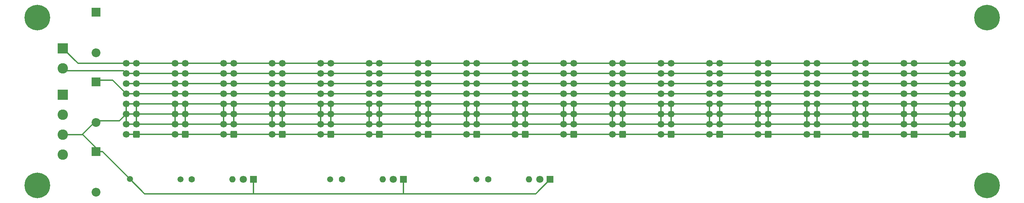
<source format=gbr>
%TF.GenerationSoftware,KiCad,Pcbnew,8.0.3*%
%TF.CreationDate,2024-07-23T14:08:02-04:00*%
%TF.ProjectId,eurorack-power-bus,6575726f-7261-4636-9b2d-706f7765722d,rev?*%
%TF.SameCoordinates,Original*%
%TF.FileFunction,Copper,L2,Bot*%
%TF.FilePolarity,Positive*%
%FSLAX46Y46*%
G04 Gerber Fmt 4.6, Leading zero omitted, Abs format (unit mm)*
G04 Created by KiCad (PCBNEW 8.0.3) date 2024-07-23 14:08:02*
%MOMM*%
%LPD*%
G01*
G04 APERTURE LIST*
G04 Aperture macros list*
%AMRoundRect*
0 Rectangle with rounded corners*
0 $1 Rounding radius*
0 $2 $3 $4 $5 $6 $7 $8 $9 X,Y pos of 4 corners*
0 Add a 4 corners polygon primitive as box body*
4,1,4,$2,$3,$4,$5,$6,$7,$8,$9,$2,$3,0*
0 Add four circle primitives for the rounded corners*
1,1,$1+$1,$2,$3*
1,1,$1+$1,$4,$5*
1,1,$1+$1,$6,$7*
1,1,$1+$1,$8,$9*
0 Add four rect primitives between the rounded corners*
20,1,$1+$1,$2,$3,$4,$5,0*
20,1,$1+$1,$4,$5,$6,$7,0*
20,1,$1+$1,$6,$7,$8,$9,0*
20,1,$1+$1,$8,$9,$2,$3,0*%
G04 Aperture macros list end*
%TA.AperFunction,ComponentPad*%
%ADD10R,1.800000X1.800000*%
%TD*%
%TA.AperFunction,ComponentPad*%
%ADD11C,1.800000*%
%TD*%
%TA.AperFunction,ComponentPad*%
%ADD12R,2.200000X2.200000*%
%TD*%
%TA.AperFunction,ComponentPad*%
%ADD13O,2.200000X2.200000*%
%TD*%
%TA.AperFunction,ComponentPad*%
%ADD14C,1.500000*%
%TD*%
%TA.AperFunction,ComponentPad*%
%ADD15R,2.600000X2.600000*%
%TD*%
%TA.AperFunction,ComponentPad*%
%ADD16C,2.600000*%
%TD*%
%TA.AperFunction,ComponentPad*%
%ADD17C,6.400000*%
%TD*%
%TA.AperFunction,ComponentPad*%
%ADD18C,1.600000*%
%TD*%
%TA.AperFunction,ComponentPad*%
%ADD19O,1.600000X1.600000*%
%TD*%
%TA.AperFunction,ComponentPad*%
%ADD20RoundRect,0.250000X0.600000X0.600000X-0.600000X0.600000X-0.600000X-0.600000X0.600000X-0.600000X0*%
%TD*%
%TA.AperFunction,ComponentPad*%
%ADD21C,1.700000*%
%TD*%
%TA.AperFunction,Conductor*%
%ADD22C,0.300000*%
%TD*%
G04 APERTURE END LIST*
D10*
%TO.P,L2,1,K*%
%TO.N,GND*%
X124800000Y-117138375D03*
D11*
%TO.P,L2,2,A*%
%TO.N,Net-(L2-A)*%
X122260000Y-117138375D03*
%TD*%
D12*
%TO.P,D1,1,K*%
%TO.N,+12V*%
X48130000Y-92718375D03*
D13*
%TO.P,D1,2,A*%
%TO.N,GND*%
X48130000Y-102878375D03*
%TD*%
D14*
%TO.P,TP{2,1,1*%
%TO.N,+12V*%
X106525000Y-117138375D03*
%TD*%
D15*
%TO.P,W1,1,Pin_1*%
%TO.N,+5V*%
X39825000Y-95938400D03*
D16*
%TO.P,W1,2,Pin_2*%
%TO.N,+12V*%
X39825000Y-100938400D03*
%TO.P,W1,3,Pin_3*%
%TO.N,GND*%
X39825000Y-105938400D03*
%TO.P,W1,4,Pin_4*%
%TO.N,-12V*%
X39825000Y-110938400D03*
%TD*%
D17*
%TO.P,M2,1*%
%TO.N,N/C*%
X33425000Y-118638400D03*
%TD*%
D18*
%TO.P,R2,1*%
%TO.N,+12V*%
X109445000Y-117138375D03*
D19*
%TO.P,R2,2*%
%TO.N,Net-(L2-A)*%
X119605000Y-117138375D03*
%TD*%
D15*
%TO.P,W2,1,Pin_1*%
%TO.N,GATE*%
X39825000Y-84338400D03*
D16*
%TO.P,W2,2,Pin_2*%
%TO.N,CV*%
X39825000Y-89338400D03*
%TD*%
D10*
%TO.P,L3,1,K*%
%TO.N,GND*%
X161425000Y-117138375D03*
D11*
%TO.P,L3,2,A*%
%TO.N,Net-(L3-A)*%
X158885000Y-117138375D03*
%TD*%
D17*
%TO.P,M1,1*%
%TO.N,N/C*%
X33425000Y-76638400D03*
%TD*%
%TO.P,M4,1*%
%TO.N,N/C*%
X270425000Y-118638400D03*
%TD*%
%TO.P,M3,1*%
%TO.N,N/C*%
X270425000Y-76638400D03*
%TD*%
D14*
%TO.P,TP3,1,1*%
%TO.N,-12V*%
X143025000Y-117138375D03*
%TD*%
D18*
%TO.P,R3,1*%
%TO.N,-12V*%
X145945000Y-117138375D03*
D19*
%TO.P,R3,2*%
%TO.N,Net-(L3-A)*%
X156105000Y-117138375D03*
%TD*%
D13*
%TO.P,D3,2,A*%
%TO.N,-12V*%
X48130000Y-120338375D03*
D12*
%TO.P,D3,1,K*%
%TO.N,GND*%
X48130000Y-110178375D03*
%TD*%
D14*
%TO.P,TP4,1,1*%
%TO.N,GND*%
X56525000Y-117026750D03*
%TD*%
D12*
%TO.P,D2,1,K*%
%TO.N,+5V*%
X48130000Y-75258375D03*
D13*
%TO.P,D2,2,A*%
%TO.N,GND*%
X48130000Y-85418375D03*
%TD*%
D18*
%TO.P,R1,1*%
%TO.N,+5V*%
X71945000Y-117138375D03*
D19*
%TO.P,R1,2*%
%TO.N,Net-(L1-A)*%
X82105000Y-117138375D03*
%TD*%
D10*
%TO.P,L1,1,K*%
%TO.N,GND*%
X87345000Y-117138375D03*
D11*
%TO.P,L1,2,A*%
%TO.N,Net-(L1-A)*%
X84805000Y-117138375D03*
%TD*%
D14*
%TO.P,TP1,1,1*%
%TO.N,+5V*%
X69145000Y-117138375D03*
%TD*%
D20*
%TO.P,J10,1,Pin_1*%
%TO.N,-12V*%
X155218800Y-105866700D03*
D21*
%TO.P,J10,2,Pin_2*%
X152678800Y-105866700D03*
%TO.P,J10,3,Pin_3*%
%TO.N,GND*%
X155218800Y-103326700D03*
%TO.P,J10,4,Pin_4*%
X152678800Y-103326700D03*
%TO.P,J10,5,Pin_5*%
X155218800Y-100786700D03*
%TO.P,J10,6,Pin_6*%
X152678800Y-100786700D03*
%TO.P,J10,7,Pin_7*%
X155218800Y-98246700D03*
%TO.P,J10,8,Pin_8*%
X152678800Y-98246700D03*
%TO.P,J10,9,Pin_9*%
%TO.N,+12V*%
X155218800Y-95706700D03*
%TO.P,J10,10,Pin_10*%
X152678800Y-95706700D03*
%TO.P,J10,11,Pin_11*%
%TO.N,+5V*%
X155218800Y-93166700D03*
%TO.P,J10,12,Pin_12*%
X152678800Y-93166700D03*
%TO.P,J10,13,Pin_13*%
%TO.N,CV*%
X155218800Y-90626700D03*
%TO.P,J10,14,Pin_14*%
X152678800Y-90626700D03*
%TO.P,J10,15,Pin_15*%
%TO.N,GATE*%
X155218800Y-88086700D03*
%TO.P,J10,16,Pin_16*%
X152678800Y-88086700D03*
%TD*%
D20*
%TO.P,J16,1,Pin_1*%
%TO.N,-12V*%
X82454700Y-105866700D03*
D21*
%TO.P,J16,2,Pin_2*%
X79914700Y-105866700D03*
%TO.P,J16,3,Pin_3*%
%TO.N,GND*%
X82454700Y-103326700D03*
%TO.P,J16,4,Pin_4*%
X79914700Y-103326700D03*
%TO.P,J16,5,Pin_5*%
X82454700Y-100786700D03*
%TO.P,J16,6,Pin_6*%
X79914700Y-100786700D03*
%TO.P,J16,7,Pin_7*%
X82454700Y-98246700D03*
%TO.P,J16,8,Pin_8*%
X79914700Y-98246700D03*
%TO.P,J16,9,Pin_9*%
%TO.N,+12V*%
X82454700Y-95706700D03*
%TO.P,J16,10,Pin_10*%
X79914700Y-95706700D03*
%TO.P,J16,11,Pin_11*%
%TO.N,+5V*%
X82454700Y-93166700D03*
%TO.P,J16,12,Pin_12*%
X79914700Y-93166700D03*
%TO.P,J16,13,Pin_13*%
%TO.N,CV*%
X82454700Y-90626700D03*
%TO.P,J16,14,Pin_14*%
X79914700Y-90626700D03*
%TO.P,J16,15,Pin_15*%
%TO.N,GATE*%
X82454700Y-88086700D03*
%TO.P,J16,16,Pin_16*%
X79914700Y-88086700D03*
%TD*%
D20*
%TO.P,J14,1,Pin_1*%
%TO.N,-12V*%
X106709400Y-105866700D03*
D21*
%TO.P,J14,2,Pin_2*%
X104169400Y-105866700D03*
%TO.P,J14,3,Pin_3*%
%TO.N,GND*%
X106709400Y-103326700D03*
%TO.P,J14,4,Pin_4*%
X104169400Y-103326700D03*
%TO.P,J14,5,Pin_5*%
X106709400Y-100786700D03*
%TO.P,J14,6,Pin_6*%
X104169400Y-100786700D03*
%TO.P,J14,7,Pin_7*%
X106709400Y-98246700D03*
%TO.P,J14,8,Pin_8*%
X104169400Y-98246700D03*
%TO.P,J14,9,Pin_9*%
%TO.N,+12V*%
X106709400Y-95706700D03*
%TO.P,J14,10,Pin_10*%
X104169400Y-95706700D03*
%TO.P,J14,11,Pin_11*%
%TO.N,+5V*%
X106709400Y-93166700D03*
%TO.P,J14,12,Pin_12*%
X104169400Y-93166700D03*
%TO.P,J14,13,Pin_13*%
%TO.N,CV*%
X106709400Y-90626700D03*
%TO.P,J14,14,Pin_14*%
X104169400Y-90626700D03*
%TO.P,J14,15,Pin_15*%
%TO.N,GATE*%
X106709400Y-88086700D03*
%TO.P,J14,16,Pin_16*%
X104169400Y-88086700D03*
%TD*%
D20*
%TO.P,J6,1,Pin_1*%
%TO.N,-12V*%
X203728200Y-105866700D03*
D21*
%TO.P,J6,2,Pin_2*%
X201188200Y-105866700D03*
%TO.P,J6,3,Pin_3*%
%TO.N,GND*%
X203728200Y-103326700D03*
%TO.P,J6,4,Pin_4*%
X201188200Y-103326700D03*
%TO.P,J6,5,Pin_5*%
X203728200Y-100786700D03*
%TO.P,J6,6,Pin_6*%
X201188200Y-100786700D03*
%TO.P,J6,7,Pin_7*%
X203728200Y-98246700D03*
%TO.P,J6,8,Pin_8*%
X201188200Y-98246700D03*
%TO.P,J6,9,Pin_9*%
%TO.N,+12V*%
X203728200Y-95706700D03*
%TO.P,J6,10,Pin_10*%
X201188200Y-95706700D03*
%TO.P,J6,11,Pin_11*%
%TO.N,+5V*%
X203728200Y-93166700D03*
%TO.P,J6,12,Pin_12*%
X201188200Y-93166700D03*
%TO.P,J6,13,Pin_13*%
%TO.N,CV*%
X203728200Y-90626700D03*
%TO.P,J6,14,Pin_14*%
X201188200Y-90626700D03*
%TO.P,J6,15,Pin_15*%
%TO.N,GATE*%
X203728200Y-88086700D03*
%TO.P,J6,16,Pin_16*%
X201188200Y-88086700D03*
%TD*%
D20*
%TO.P,J3,1,Pin_1*%
%TO.N,-12V*%
X240110300Y-105866700D03*
D21*
%TO.P,J3,2,Pin_2*%
X237570300Y-105866700D03*
%TO.P,J3,3,Pin_3*%
%TO.N,GND*%
X240110300Y-103326700D03*
%TO.P,J3,4,Pin_4*%
X237570300Y-103326700D03*
%TO.P,J3,5,Pin_5*%
X240110300Y-100786700D03*
%TO.P,J3,6,Pin_6*%
X237570300Y-100786700D03*
%TO.P,J3,7,Pin_7*%
X240110300Y-98246700D03*
%TO.P,J3,8,Pin_8*%
X237570300Y-98246700D03*
%TO.P,J3,9,Pin_9*%
%TO.N,+12V*%
X240110300Y-95706700D03*
%TO.P,J3,10,Pin_10*%
X237570300Y-95706700D03*
%TO.P,J3,11,Pin_11*%
%TO.N,+5V*%
X240110300Y-93166700D03*
%TO.P,J3,12,Pin_12*%
X237570300Y-93166700D03*
%TO.P,J3,13,Pin_13*%
%TO.N,CV*%
X240110300Y-90626700D03*
%TO.P,J3,14,Pin_14*%
X237570300Y-90626700D03*
%TO.P,J3,15,Pin_15*%
%TO.N,GATE*%
X240110300Y-88086700D03*
%TO.P,J3,16,Pin_16*%
X237570300Y-88086700D03*
%TD*%
D20*
%TO.P,J12,1,Pin_1*%
%TO.N,-12V*%
X130964100Y-105866700D03*
D21*
%TO.P,J12,2,Pin_2*%
X128424100Y-105866700D03*
%TO.P,J12,3,Pin_3*%
%TO.N,GND*%
X130964100Y-103326700D03*
%TO.P,J12,4,Pin_4*%
X128424100Y-103326700D03*
%TO.P,J12,5,Pin_5*%
X130964100Y-100786700D03*
%TO.P,J12,6,Pin_6*%
X128424100Y-100786700D03*
%TO.P,J12,7,Pin_7*%
X130964100Y-98246700D03*
%TO.P,J12,8,Pin_8*%
X128424100Y-98246700D03*
%TO.P,J12,9,Pin_9*%
%TO.N,+12V*%
X130964100Y-95706700D03*
%TO.P,J12,10,Pin_10*%
X128424100Y-95706700D03*
%TO.P,J12,11,Pin_11*%
%TO.N,+5V*%
X130964100Y-93166700D03*
%TO.P,J12,12,Pin_12*%
X128424100Y-93166700D03*
%TO.P,J12,13,Pin_13*%
%TO.N,CV*%
X130964100Y-90626700D03*
%TO.P,J12,14,Pin_14*%
X128424100Y-90626700D03*
%TO.P,J12,15,Pin_15*%
%TO.N,GATE*%
X130964100Y-88086700D03*
%TO.P,J12,16,Pin_16*%
X128424100Y-88086700D03*
%TD*%
D20*
%TO.P,J18,1,Pin_1*%
%TO.N,-12V*%
X58200000Y-105866700D03*
D21*
%TO.P,J18,2,Pin_2*%
X55660000Y-105866700D03*
%TO.P,J18,3,Pin_3*%
%TO.N,GND*%
X58200000Y-103326700D03*
%TO.P,J18,4,Pin_4*%
X55660000Y-103326700D03*
%TO.P,J18,5,Pin_5*%
X58200000Y-100786700D03*
%TO.P,J18,6,Pin_6*%
X55660000Y-100786700D03*
%TO.P,J18,7,Pin_7*%
X58200000Y-98246700D03*
%TO.P,J18,8,Pin_8*%
X55660000Y-98246700D03*
%TO.P,J18,9,Pin_9*%
%TO.N,+12V*%
X58200000Y-95706700D03*
%TO.P,J18,10,Pin_10*%
X55660000Y-95706700D03*
%TO.P,J18,11,Pin_11*%
%TO.N,+5V*%
X58200000Y-93166700D03*
%TO.P,J18,12,Pin_12*%
X55660000Y-93166700D03*
%TO.P,J18,13,Pin_13*%
%TO.N,CV*%
X58200000Y-90626700D03*
%TO.P,J18,14,Pin_14*%
X55660000Y-90626700D03*
%TO.P,J18,15,Pin_15*%
%TO.N,GATE*%
X58200000Y-88086700D03*
%TO.P,J18,16,Pin_16*%
X55660000Y-88086700D03*
%TD*%
D20*
%TO.P,J11,1,Pin_1*%
%TO.N,-12V*%
X143091500Y-105866700D03*
D21*
%TO.P,J11,2,Pin_2*%
X140551500Y-105866700D03*
%TO.P,J11,3,Pin_3*%
%TO.N,GND*%
X143091500Y-103326700D03*
%TO.P,J11,4,Pin_4*%
X140551500Y-103326700D03*
%TO.P,J11,5,Pin_5*%
X143091500Y-100786700D03*
%TO.P,J11,6,Pin_6*%
X140551500Y-100786700D03*
%TO.P,J11,7,Pin_7*%
X143091500Y-98246700D03*
%TO.P,J11,8,Pin_8*%
X140551500Y-98246700D03*
%TO.P,J11,9,Pin_9*%
%TO.N,+12V*%
X143091500Y-95706700D03*
%TO.P,J11,10,Pin_10*%
X140551500Y-95706700D03*
%TO.P,J11,11,Pin_11*%
%TO.N,+5V*%
X143091500Y-93166700D03*
%TO.P,J11,12,Pin_12*%
X140551500Y-93166700D03*
%TO.P,J11,13,Pin_13*%
%TO.N,CV*%
X143091500Y-90626700D03*
%TO.P,J11,14,Pin_14*%
X140551500Y-90626700D03*
%TO.P,J11,15,Pin_15*%
%TO.N,GATE*%
X143091500Y-88086700D03*
%TO.P,J11,16,Pin_16*%
X140551500Y-88086700D03*
%TD*%
D20*
%TO.P,J7,1,Pin_1*%
%TO.N,-12V*%
X191600900Y-105866700D03*
D21*
%TO.P,J7,2,Pin_2*%
X189060900Y-105866700D03*
%TO.P,J7,3,Pin_3*%
%TO.N,GND*%
X191600900Y-103326700D03*
%TO.P,J7,4,Pin_4*%
X189060900Y-103326700D03*
%TO.P,J7,5,Pin_5*%
X191600900Y-100786700D03*
%TO.P,J7,6,Pin_6*%
X189060900Y-100786700D03*
%TO.P,J7,7,Pin_7*%
X191600900Y-98246700D03*
%TO.P,J7,8,Pin_8*%
X189060900Y-98246700D03*
%TO.P,J7,9,Pin_9*%
%TO.N,+12V*%
X191600900Y-95706700D03*
%TO.P,J7,10,Pin_10*%
X189060900Y-95706700D03*
%TO.P,J7,11,Pin_11*%
%TO.N,+5V*%
X191600900Y-93166700D03*
%TO.P,J7,12,Pin_12*%
X189060900Y-93166700D03*
%TO.P,J7,13,Pin_13*%
%TO.N,CV*%
X191600900Y-90626700D03*
%TO.P,J7,14,Pin_14*%
X189060900Y-90626700D03*
%TO.P,J7,15,Pin_15*%
%TO.N,GATE*%
X191600900Y-88086700D03*
%TO.P,J7,16,Pin_16*%
X189060900Y-88086700D03*
%TD*%
D20*
%TO.P,J9,1,Pin_1*%
%TO.N,-12V*%
X167346200Y-105866700D03*
D21*
%TO.P,J9,2,Pin_2*%
X164806200Y-105866700D03*
%TO.P,J9,3,Pin_3*%
%TO.N,GND*%
X167346200Y-103326700D03*
%TO.P,J9,4,Pin_4*%
X164806200Y-103326700D03*
%TO.P,J9,5,Pin_5*%
X167346200Y-100786700D03*
%TO.P,J9,6,Pin_6*%
X164806200Y-100786700D03*
%TO.P,J9,7,Pin_7*%
X167346200Y-98246700D03*
%TO.P,J9,8,Pin_8*%
X164806200Y-98246700D03*
%TO.P,J9,9,Pin_9*%
%TO.N,+12V*%
X167346200Y-95706700D03*
%TO.P,J9,10,Pin_10*%
X164806200Y-95706700D03*
%TO.P,J9,11,Pin_11*%
%TO.N,+5V*%
X167346200Y-93166700D03*
%TO.P,J9,12,Pin_12*%
X164806200Y-93166700D03*
%TO.P,J9,13,Pin_13*%
%TO.N,CV*%
X167346200Y-90626700D03*
%TO.P,J9,14,Pin_14*%
X164806200Y-90626700D03*
%TO.P,J9,15,Pin_15*%
%TO.N,GATE*%
X167346200Y-88086700D03*
%TO.P,J9,16,Pin_16*%
X164806200Y-88086700D03*
%TD*%
D20*
%TO.P,J5,1,Pin_1*%
%TO.N,-12V*%
X215855600Y-105866700D03*
D21*
%TO.P,J5,2,Pin_2*%
X213315600Y-105866700D03*
%TO.P,J5,3,Pin_3*%
%TO.N,GND*%
X215855600Y-103326700D03*
%TO.P,J5,4,Pin_4*%
X213315600Y-103326700D03*
%TO.P,J5,5,Pin_5*%
X215855600Y-100786700D03*
%TO.P,J5,6,Pin_6*%
X213315600Y-100786700D03*
%TO.P,J5,7,Pin_7*%
X215855600Y-98246700D03*
%TO.P,J5,8,Pin_8*%
X213315600Y-98246700D03*
%TO.P,J5,9,Pin_9*%
%TO.N,+12V*%
X215855600Y-95706700D03*
%TO.P,J5,10,Pin_10*%
X213315600Y-95706700D03*
%TO.P,J5,11,Pin_11*%
%TO.N,+5V*%
X215855600Y-93166700D03*
%TO.P,J5,12,Pin_12*%
X213315600Y-93166700D03*
%TO.P,J5,13,Pin_13*%
%TO.N,CV*%
X215855600Y-90626700D03*
%TO.P,J5,14,Pin_14*%
X213315600Y-90626700D03*
%TO.P,J5,15,Pin_15*%
%TO.N,GATE*%
X215855600Y-88086700D03*
%TO.P,J5,16,Pin_16*%
X213315600Y-88086700D03*
%TD*%
D20*
%TO.P,J4,1,Pin_1*%
%TO.N,-12V*%
X227982900Y-105866700D03*
D21*
%TO.P,J4,2,Pin_2*%
X225442900Y-105866700D03*
%TO.P,J4,3,Pin_3*%
%TO.N,GND*%
X227982900Y-103326700D03*
%TO.P,J4,4,Pin_4*%
X225442900Y-103326700D03*
%TO.P,J4,5,Pin_5*%
X227982900Y-100786700D03*
%TO.P,J4,6,Pin_6*%
X225442900Y-100786700D03*
%TO.P,J4,7,Pin_7*%
X227982900Y-98246700D03*
%TO.P,J4,8,Pin_8*%
X225442900Y-98246700D03*
%TO.P,J4,9,Pin_9*%
%TO.N,+12V*%
X227982900Y-95706700D03*
%TO.P,J4,10,Pin_10*%
X225442900Y-95706700D03*
%TO.P,J4,11,Pin_11*%
%TO.N,+5V*%
X227982900Y-93166700D03*
%TO.P,J4,12,Pin_12*%
X225442900Y-93166700D03*
%TO.P,J4,13,Pin_13*%
%TO.N,CV*%
X227982900Y-90626700D03*
%TO.P,J4,14,Pin_14*%
X225442900Y-90626700D03*
%TO.P,J4,15,Pin_15*%
%TO.N,GATE*%
X227982900Y-88086700D03*
%TO.P,J4,16,Pin_16*%
X225442900Y-88086700D03*
%TD*%
D20*
%TO.P,J8,1,Pin_1*%
%TO.N,-12V*%
X179473500Y-105866700D03*
D21*
%TO.P,J8,2,Pin_2*%
X176933500Y-105866700D03*
%TO.P,J8,3,Pin_3*%
%TO.N,GND*%
X179473500Y-103326700D03*
%TO.P,J8,4,Pin_4*%
X176933500Y-103326700D03*
%TO.P,J8,5,Pin_5*%
X179473500Y-100786700D03*
%TO.P,J8,6,Pin_6*%
X176933500Y-100786700D03*
%TO.P,J8,7,Pin_7*%
X179473500Y-98246700D03*
%TO.P,J8,8,Pin_8*%
X176933500Y-98246700D03*
%TO.P,J8,9,Pin_9*%
%TO.N,+12V*%
X179473500Y-95706700D03*
%TO.P,J8,10,Pin_10*%
X176933500Y-95706700D03*
%TO.P,J8,11,Pin_11*%
%TO.N,+5V*%
X179473500Y-93166700D03*
%TO.P,J8,12,Pin_12*%
X176933500Y-93166700D03*
%TO.P,J8,13,Pin_13*%
%TO.N,CV*%
X179473500Y-90626700D03*
%TO.P,J8,14,Pin_14*%
X176933500Y-90626700D03*
%TO.P,J8,15,Pin_15*%
%TO.N,GATE*%
X179473500Y-88086700D03*
%TO.P,J8,16,Pin_16*%
X176933500Y-88086700D03*
%TD*%
D20*
%TO.P,J1,1,Pin_1*%
%TO.N,-12V*%
X264365000Y-105866700D03*
D21*
%TO.P,J1,2,Pin_2*%
X261825000Y-105866700D03*
%TO.P,J1,3,Pin_3*%
%TO.N,GND*%
X264365000Y-103326700D03*
%TO.P,J1,4,Pin_4*%
X261825000Y-103326700D03*
%TO.P,J1,5,Pin_5*%
X264365000Y-100786700D03*
%TO.P,J1,6,Pin_6*%
X261825000Y-100786700D03*
%TO.P,J1,7,Pin_7*%
X264365000Y-98246700D03*
%TO.P,J1,8,Pin_8*%
X261825000Y-98246700D03*
%TO.P,J1,9,Pin_9*%
%TO.N,+12V*%
X264365000Y-95706700D03*
%TO.P,J1,10,Pin_10*%
X261825000Y-95706700D03*
%TO.P,J1,11,Pin_11*%
%TO.N,+5V*%
X264365000Y-93166700D03*
%TO.P,J1,12,Pin_12*%
X261825000Y-93166700D03*
%TO.P,J1,13,Pin_13*%
%TO.N,CV*%
X264365000Y-90626700D03*
%TO.P,J1,14,Pin_14*%
X261825000Y-90626700D03*
%TO.P,J1,15,Pin_15*%
%TO.N,GATE*%
X264365000Y-88086700D03*
%TO.P,J1,16,Pin_16*%
X261825000Y-88086700D03*
%TD*%
D20*
%TO.P,J17,1,Pin_1*%
%TO.N,-12V*%
X70327400Y-105866700D03*
D21*
%TO.P,J17,2,Pin_2*%
X67787400Y-105866700D03*
%TO.P,J17,3,Pin_3*%
%TO.N,GND*%
X70327400Y-103326700D03*
%TO.P,J17,4,Pin_4*%
X67787400Y-103326700D03*
%TO.P,J17,5,Pin_5*%
X70327400Y-100786700D03*
%TO.P,J17,6,Pin_6*%
X67787400Y-100786700D03*
%TO.P,J17,7,Pin_7*%
X70327400Y-98246700D03*
%TO.P,J17,8,Pin_8*%
X67787400Y-98246700D03*
%TO.P,J17,9,Pin_9*%
%TO.N,+12V*%
X70327400Y-95706700D03*
%TO.P,J17,10,Pin_10*%
X67787400Y-95706700D03*
%TO.P,J17,11,Pin_11*%
%TO.N,+5V*%
X70327400Y-93166700D03*
%TO.P,J17,12,Pin_12*%
X67787400Y-93166700D03*
%TO.P,J17,13,Pin_13*%
%TO.N,CV*%
X70327400Y-90626700D03*
%TO.P,J17,14,Pin_14*%
X67787400Y-90626700D03*
%TO.P,J17,15,Pin_15*%
%TO.N,GATE*%
X70327400Y-88086700D03*
%TO.P,J17,16,Pin_16*%
X67787400Y-88086700D03*
%TD*%
D20*
%TO.P,J13,1,Pin_1*%
%TO.N,-12V*%
X118836800Y-105866700D03*
D21*
%TO.P,J13,2,Pin_2*%
X116296800Y-105866700D03*
%TO.P,J13,3,Pin_3*%
%TO.N,GND*%
X118836800Y-103326700D03*
%TO.P,J13,4,Pin_4*%
X116296800Y-103326700D03*
%TO.P,J13,5,Pin_5*%
X118836800Y-100786700D03*
%TO.P,J13,6,Pin_6*%
X116296800Y-100786700D03*
%TO.P,J13,7,Pin_7*%
X118836800Y-98246700D03*
%TO.P,J13,8,Pin_8*%
X116296800Y-98246700D03*
%TO.P,J13,9,Pin_9*%
%TO.N,+12V*%
X118836800Y-95706700D03*
%TO.P,J13,10,Pin_10*%
X116296800Y-95706700D03*
%TO.P,J13,11,Pin_11*%
%TO.N,+5V*%
X118836800Y-93166700D03*
%TO.P,J13,12,Pin_12*%
X116296800Y-93166700D03*
%TO.P,J13,13,Pin_13*%
%TO.N,CV*%
X118836800Y-90626700D03*
%TO.P,J13,14,Pin_14*%
X116296800Y-90626700D03*
%TO.P,J13,15,Pin_15*%
%TO.N,GATE*%
X118836800Y-88086700D03*
%TO.P,J13,16,Pin_16*%
X116296800Y-88086700D03*
%TD*%
D20*
%TO.P,J2,1,Pin_1*%
%TO.N,-12V*%
X252237600Y-105866700D03*
D21*
%TO.P,J2,2,Pin_2*%
X249697600Y-105866700D03*
%TO.P,J2,3,Pin_3*%
%TO.N,GND*%
X252237600Y-103326700D03*
%TO.P,J2,4,Pin_4*%
X249697600Y-103326700D03*
%TO.P,J2,5,Pin_5*%
X252237600Y-100786700D03*
%TO.P,J2,6,Pin_6*%
X249697600Y-100786700D03*
%TO.P,J2,7,Pin_7*%
X252237600Y-98246700D03*
%TO.P,J2,8,Pin_8*%
X249697600Y-98246700D03*
%TO.P,J2,9,Pin_9*%
%TO.N,+12V*%
X252237600Y-95706700D03*
%TO.P,J2,10,Pin_10*%
X249697600Y-95706700D03*
%TO.P,J2,11,Pin_11*%
%TO.N,+5V*%
X252237600Y-93166700D03*
%TO.P,J2,12,Pin_12*%
X249697600Y-93166700D03*
%TO.P,J2,13,Pin_13*%
%TO.N,CV*%
X252237600Y-90626700D03*
%TO.P,J2,14,Pin_14*%
X249697600Y-90626700D03*
%TO.P,J2,15,Pin_15*%
%TO.N,GATE*%
X252237600Y-88086700D03*
%TO.P,J2,16,Pin_16*%
X249697600Y-88086700D03*
%TD*%
D20*
%TO.P,J15,1,Pin_1*%
%TO.N,-12V*%
X94582100Y-105866700D03*
D21*
%TO.P,J15,2,Pin_2*%
X92042100Y-105866700D03*
%TO.P,J15,3,Pin_3*%
%TO.N,GND*%
X94582100Y-103326700D03*
%TO.P,J15,4,Pin_4*%
X92042100Y-103326700D03*
%TO.P,J15,5,Pin_5*%
X94582100Y-100786700D03*
%TO.P,J15,6,Pin_6*%
X92042100Y-100786700D03*
%TO.P,J15,7,Pin_7*%
X94582100Y-98246700D03*
%TO.P,J15,8,Pin_8*%
X92042100Y-98246700D03*
%TO.P,J15,9,Pin_9*%
%TO.N,+12V*%
X94582100Y-95706700D03*
%TO.P,J15,10,Pin_10*%
X92042100Y-95706700D03*
%TO.P,J15,11,Pin_11*%
%TO.N,+5V*%
X94582100Y-93166700D03*
%TO.P,J15,12,Pin_12*%
X92042100Y-93166700D03*
%TO.P,J15,13,Pin_13*%
%TO.N,CV*%
X94582100Y-90626700D03*
%TO.P,J15,14,Pin_14*%
X92042100Y-90626700D03*
%TO.P,J15,15,Pin_15*%
%TO.N,GATE*%
X94582100Y-88086700D03*
%TO.P,J15,16,Pin_16*%
X92042100Y-88086700D03*
%TD*%
D22*
%TO.N,GND*%
X60236625Y-120738375D02*
X87525000Y-120738375D01*
X87525000Y-120738375D02*
X124925000Y-120738375D01*
X87345000Y-117138375D02*
X87345000Y-120558375D01*
X87345000Y-120558375D02*
X87525000Y-120738375D01*
X124925000Y-120738375D02*
X157825000Y-120738375D01*
X124800000Y-120613375D02*
X124925000Y-120738375D01*
X124800000Y-117138375D02*
X124800000Y-120613375D01*
X56525000Y-117026750D02*
X60236625Y-120738375D01*
X157825000Y-120738375D02*
X161425000Y-117138375D01*
X48130000Y-110178375D02*
X49676625Y-110178375D01*
X49676625Y-110178375D02*
X56525000Y-117026750D01*
%TO.N,CV*%
X39825000Y-89338400D02*
X40424975Y-89938375D01*
X40424975Y-89938375D02*
X54971675Y-89938375D01*
X54971675Y-89938375D02*
X55660000Y-90626700D01*
%TO.N,GND*%
X44747500Y-105860875D02*
X48130000Y-102478375D01*
X44669975Y-105938400D02*
X44747500Y-105860875D01*
X44747500Y-105860875D02*
X48130000Y-109243375D01*
X48130000Y-109243375D02*
X48130000Y-109778375D01*
X48130000Y-102478375D02*
X53968325Y-102478375D01*
X53968325Y-102478375D02*
X55660000Y-100786700D01*
X39825000Y-105938400D02*
X44669975Y-105938400D01*
%TO.N,GATE*%
X39825000Y-84338400D02*
X43573300Y-88086700D01*
X43573300Y-88086700D02*
X55660000Y-88086700D01*
X55660000Y-88086700D02*
X264365000Y-88086700D01*
%TO.N,CV*%
X264365000Y-90626700D02*
X55660000Y-90626700D01*
%TO.N,+5V*%
X55660000Y-93166700D02*
X264365000Y-93166700D01*
%TO.N,+12V*%
X264365000Y-95706700D02*
X55660000Y-95706700D01*
%TO.N,GND*%
X264365000Y-98246700D02*
X264365000Y-103326700D01*
X261825000Y-98246700D02*
X261825000Y-103326700D01*
X252237600Y-98246700D02*
X252237600Y-103326700D01*
X249697600Y-98246700D02*
X249697600Y-103326700D01*
X240110300Y-98246700D02*
X240110300Y-103326700D01*
X237570300Y-98246700D02*
X237570300Y-103326700D01*
X227982900Y-98246700D02*
X227982900Y-103326700D01*
X225442900Y-98246700D02*
X225442900Y-103326700D01*
X215855600Y-98246700D02*
X215855600Y-103326700D01*
X213315600Y-98246700D02*
X213315600Y-103326700D01*
X203728200Y-98246700D02*
X203728200Y-103326700D01*
X201188200Y-98246700D02*
X201188200Y-103326700D01*
X191600900Y-98246700D02*
X191600900Y-103326700D01*
X189060900Y-98246700D02*
X189060900Y-103326700D01*
X179473500Y-98246700D02*
X179473500Y-103326700D01*
X176933500Y-98246700D02*
X176933500Y-103326700D01*
X167346200Y-98246700D02*
X167346200Y-103326700D01*
X164806200Y-98246700D02*
X164806200Y-103326700D01*
X155218800Y-98246700D02*
X155218800Y-103326700D01*
X152678800Y-98246700D02*
X152678800Y-103326700D01*
X143091500Y-98246700D02*
X143091500Y-103326700D01*
X140551500Y-98246700D02*
X140551500Y-103326700D01*
X130964100Y-98246700D02*
X130964100Y-103326700D01*
X128424100Y-98246700D02*
X128424100Y-103326700D01*
X118836800Y-98246700D02*
X118836800Y-103326700D01*
X116296800Y-98246700D02*
X116296800Y-103326700D01*
X106709400Y-98246700D02*
X106709400Y-103326700D01*
X104169400Y-98246700D02*
X104169400Y-103326700D01*
X94582100Y-98246700D02*
X94582100Y-103326700D01*
X92042100Y-98246700D02*
X92042100Y-103326700D01*
X82454700Y-98246700D02*
X82454700Y-103326700D01*
X79914700Y-98246700D02*
X79914700Y-103326700D01*
X70327400Y-98246700D02*
X70327400Y-103326700D01*
X67787400Y-98246700D02*
X67787400Y-103326700D01*
X58200000Y-98246700D02*
X58200000Y-103326700D01*
X55660000Y-98246700D02*
X55660000Y-103326700D01*
X264365000Y-98246700D02*
X55660000Y-98246700D01*
X55660000Y-100786700D02*
X264365000Y-100786700D01*
X264365000Y-103326700D02*
X55660000Y-103326700D01*
%TO.N,-12V*%
X55660000Y-105866700D02*
X264365000Y-105866700D01*
%TO.N,+12V*%
X48130000Y-92318375D02*
X52271675Y-92318375D01*
X52271675Y-92318375D02*
X55660000Y-95706700D01*
%TD*%
M02*

</source>
